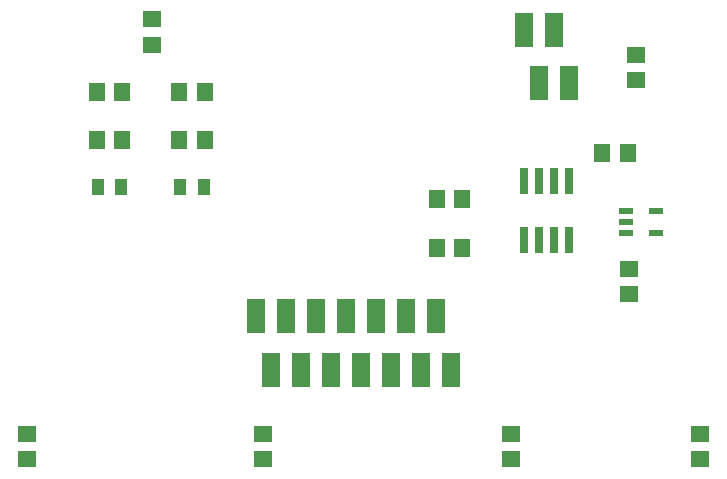
<source format=gbr>
G04 EAGLE Gerber RS-274X export*
G75*
%MOMM*%
%FSLAX34Y34*%
%LPD*%
%INSolderpaste Top*%
%IPPOS*%
%AMOC8*
5,1,8,0,0,1.08239X$1,22.5*%
G01*
G04 Define Apertures*
%ADD10R,1.400000X1.600000*%
%ADD11R,1.000000X1.400000*%
%ADD12R,1.600000X1.400000*%
%ADD13R,1.500000X3.000000*%
%ADD14R,1.200000X0.600000*%
%ADD15R,0.700000X2.200000*%
D10*
X119250Y350000D03*
X140750Y350000D03*
X210750Y350000D03*
X189250Y350000D03*
D11*
X140000Y310000D03*
X120000Y310000D03*
X190000Y310000D03*
X210000Y310000D03*
D10*
X119250Y390000D03*
X140750Y390000D03*
X210750Y390000D03*
X189250Y390000D03*
D12*
X166000Y451750D03*
X166000Y430250D03*
D13*
X330650Y200200D03*
X305250Y200200D03*
X279850Y200200D03*
X254450Y200200D03*
X356050Y200200D03*
X381450Y200200D03*
X406850Y200200D03*
X267150Y155200D03*
X292550Y155200D03*
X317950Y155200D03*
X343350Y155200D03*
X368750Y155200D03*
X394150Y155200D03*
X419550Y155200D03*
D12*
X630000Y79250D03*
X630000Y100750D03*
X470000Y79250D03*
X470000Y100750D03*
X260000Y79250D03*
X260000Y100750D03*
X60000Y79250D03*
X60000Y100750D03*
D14*
X593060Y289500D03*
X593060Y270500D03*
X566940Y289500D03*
X566940Y280000D03*
X566940Y270500D03*
D12*
X570000Y219250D03*
X570000Y240750D03*
D15*
X480950Y265296D03*
X493650Y265296D03*
X506350Y265296D03*
X519050Y265296D03*
X519050Y314704D03*
X506350Y314704D03*
X493650Y314704D03*
X480950Y314704D03*
D10*
X428750Y300000D03*
X407250Y300000D03*
X428750Y258000D03*
X407250Y258000D03*
D12*
X576000Y421750D03*
X576000Y400250D03*
D10*
X547250Y339000D03*
X568750Y339000D03*
D13*
X480950Y442540D03*
X506350Y442540D03*
X493650Y397540D03*
X519050Y397540D03*
M02*

</source>
